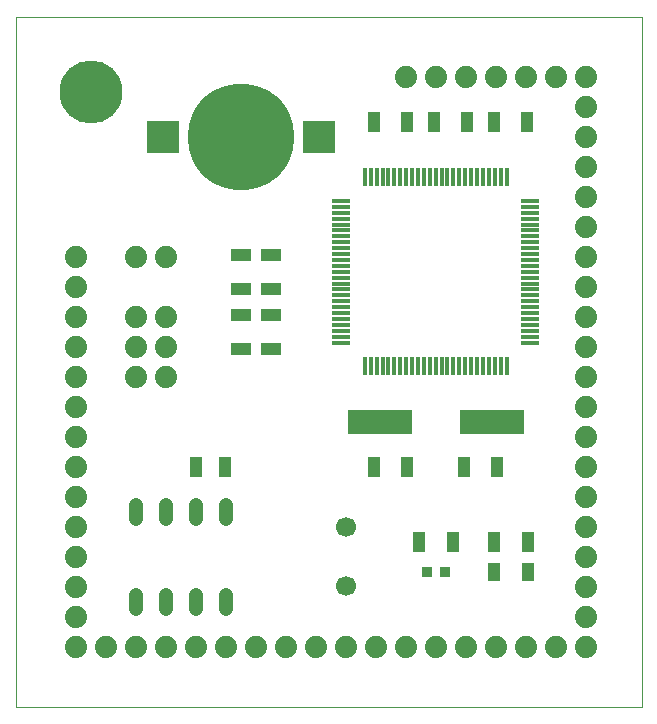
<source format=gts>
G75*
%MOIN*%
%OFA0B0*%
%FSLAX25Y25*%
%IPPOS*%
%LPD*%
%AMOC8*
5,1,8,0,0,1.08239X$1,22.5*
%
%ADD10C,0.00000*%
%ADD11R,0.10950X0.10950*%
%ADD12C,0.35433*%
%ADD13R,0.04016X0.07165*%
%ADD14R,0.05906X0.01177*%
%ADD15R,0.01177X0.05906*%
%ADD16C,0.04800*%
%ADD17C,0.07400*%
%ADD18R,0.03740X0.03740*%
%ADD19R,0.04331X0.06102*%
%ADD20R,0.04331X0.06693*%
%ADD21R,0.06693X0.04331*%
%ADD22C,0.06693*%
%ADD23R,0.21654X0.07874*%
%ADD24R,0.03937X0.07087*%
%ADD25C,0.21000*%
D10*
X0001000Y0001000D02*
X0001000Y0230961D01*
X0209701Y0230961D01*
X0209701Y0001000D01*
X0001000Y0001000D01*
D11*
X0050000Y0191000D03*
X0102000Y0191000D03*
D12*
X0076000Y0191000D03*
D13*
X0120488Y0196000D03*
X0131512Y0196000D03*
X0140488Y0196000D03*
X0151512Y0196000D03*
X0160488Y0196000D03*
X0171512Y0196000D03*
X0161512Y0081000D03*
X0150488Y0081000D03*
X0131512Y0081000D03*
X0120488Y0081000D03*
D14*
X0109504Y0122378D03*
X0109504Y0124346D03*
X0109504Y0126315D03*
X0109504Y0128283D03*
X0109504Y0130252D03*
X0109504Y0132220D03*
X0109504Y0134189D03*
X0109504Y0136157D03*
X0109504Y0138126D03*
X0109504Y0140094D03*
X0109504Y0142063D03*
X0109504Y0144031D03*
X0109504Y0146000D03*
X0109504Y0147969D03*
X0109504Y0149937D03*
X0109504Y0151906D03*
X0109504Y0153874D03*
X0109504Y0155843D03*
X0109504Y0157811D03*
X0109504Y0159780D03*
X0109504Y0161748D03*
X0109504Y0163717D03*
X0109504Y0165685D03*
X0109504Y0167654D03*
X0109504Y0169622D03*
X0172496Y0169622D03*
X0172496Y0167654D03*
X0172496Y0165685D03*
X0172496Y0163717D03*
X0172496Y0161748D03*
X0172496Y0159780D03*
X0172496Y0157811D03*
X0172496Y0155843D03*
X0172496Y0153874D03*
X0172496Y0151906D03*
X0172496Y0149937D03*
X0172496Y0147969D03*
X0172496Y0146000D03*
X0172496Y0144031D03*
X0172496Y0142063D03*
X0172496Y0140094D03*
X0172496Y0138126D03*
X0172496Y0136157D03*
X0172496Y0134189D03*
X0172496Y0132220D03*
X0172496Y0130252D03*
X0172496Y0128283D03*
X0172496Y0126315D03*
X0172496Y0124346D03*
X0172496Y0122378D03*
D15*
X0164622Y0114504D03*
X0162654Y0114504D03*
X0160685Y0114504D03*
X0158717Y0114504D03*
X0156748Y0114504D03*
X0154780Y0114504D03*
X0152811Y0114504D03*
X0150843Y0114504D03*
X0148874Y0114504D03*
X0146906Y0114504D03*
X0144937Y0114504D03*
X0142969Y0114504D03*
X0141000Y0114504D03*
X0139031Y0114504D03*
X0137063Y0114504D03*
X0135094Y0114504D03*
X0133126Y0114504D03*
X0131157Y0114504D03*
X0129189Y0114504D03*
X0127220Y0114504D03*
X0125252Y0114504D03*
X0123283Y0114504D03*
X0121315Y0114504D03*
X0119346Y0114504D03*
X0117378Y0114504D03*
X0117378Y0177496D03*
X0119346Y0177496D03*
X0121315Y0177496D03*
X0123283Y0177496D03*
X0125252Y0177496D03*
X0127220Y0177496D03*
X0129189Y0177496D03*
X0131157Y0177496D03*
X0133126Y0177496D03*
X0135094Y0177496D03*
X0137063Y0177496D03*
X0139031Y0177496D03*
X0141000Y0177496D03*
X0142969Y0177496D03*
X0144937Y0177496D03*
X0146906Y0177496D03*
X0148874Y0177496D03*
X0150843Y0177496D03*
X0152811Y0177496D03*
X0154780Y0177496D03*
X0156748Y0177496D03*
X0158717Y0177496D03*
X0160685Y0177496D03*
X0162654Y0177496D03*
X0164622Y0177496D03*
D16*
X0071000Y0068400D02*
X0071000Y0063600D01*
X0061000Y0063600D02*
X0061000Y0068400D01*
X0051000Y0068400D02*
X0051000Y0063600D01*
X0041000Y0063600D02*
X0041000Y0068400D01*
X0041000Y0038400D02*
X0041000Y0033600D01*
X0051000Y0033600D02*
X0051000Y0038400D01*
X0061000Y0038400D02*
X0061000Y0033600D01*
X0071000Y0033600D02*
X0071000Y0038400D01*
D17*
X0071000Y0021000D03*
X0061000Y0021000D03*
X0051000Y0021000D03*
X0041000Y0021000D03*
X0031000Y0021000D03*
X0021000Y0021000D03*
X0021000Y0031000D03*
X0021000Y0041000D03*
X0021000Y0051000D03*
X0021000Y0061000D03*
X0021000Y0071000D03*
X0021000Y0081000D03*
X0021000Y0091000D03*
X0021000Y0101000D03*
X0021000Y0111000D03*
X0021000Y0121000D03*
X0021000Y0131000D03*
X0021000Y0141000D03*
X0021000Y0151000D03*
X0041000Y0151000D03*
X0051000Y0151000D03*
X0051000Y0131000D03*
X0051000Y0121000D03*
X0051000Y0111000D03*
X0041000Y0111000D03*
X0041000Y0121000D03*
X0041000Y0131000D03*
X0131000Y0211000D03*
X0141000Y0211000D03*
X0151000Y0211000D03*
X0161000Y0211000D03*
X0171000Y0211000D03*
X0181000Y0211000D03*
X0191000Y0211000D03*
X0191000Y0201000D03*
X0191000Y0191000D03*
X0191000Y0181000D03*
X0191000Y0171000D03*
X0191000Y0161000D03*
X0191000Y0151000D03*
X0191000Y0141000D03*
X0191000Y0131000D03*
X0191000Y0121000D03*
X0191000Y0111000D03*
X0191000Y0101000D03*
X0191000Y0091000D03*
X0191000Y0081000D03*
X0191000Y0071000D03*
X0191000Y0061000D03*
X0191000Y0051000D03*
X0191000Y0041000D03*
X0191000Y0031000D03*
X0191000Y0021000D03*
X0181000Y0021000D03*
X0171000Y0021000D03*
X0161000Y0021000D03*
X0151000Y0021000D03*
X0141000Y0021000D03*
X0131000Y0021000D03*
X0121000Y0021000D03*
X0111000Y0021000D03*
X0101000Y0021000D03*
X0091000Y0021000D03*
X0081000Y0021000D03*
D18*
X0138047Y0046000D03*
X0143953Y0046000D03*
D19*
X0160291Y0046000D03*
X0171709Y0046000D03*
D20*
X0171709Y0056000D03*
X0160291Y0056000D03*
X0146709Y0056000D03*
X0135291Y0056000D03*
D21*
X0086000Y0120291D03*
X0076000Y0120291D03*
X0076000Y0131709D03*
X0076000Y0140291D03*
X0086000Y0140291D03*
X0086000Y0131709D03*
X0086000Y0151709D03*
X0076000Y0151709D03*
D22*
X0111000Y0060843D03*
X0111000Y0041157D03*
D23*
X0122299Y0096000D03*
X0159701Y0096000D03*
D24*
X0070921Y0081000D03*
X0061079Y0081000D03*
D25*
X0026000Y0206000D03*
M02*

</source>
